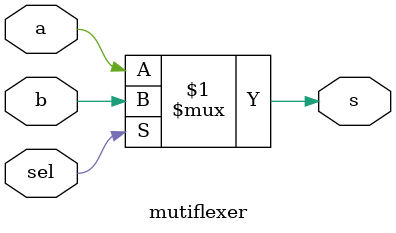
<source format=v>
module top_module (
	input [2:0] SW,      // R
	input [1:0] KEY,     // L and clk
	output [2:0] LEDR);  // Q


    wire d0, d1, d2;
    mutiflexer m0(LEDR[2], SW[0], KEY[1], d0);
    mutiflexer m1(LEDR[0], SW[1], KEY[1], d1);
    mutiflexer m2(LEDR[1] ^ LEDR[2], SW[2], KEY[1], d2);

    d_flip_flop D0(
        .d(d0),
        .clk(KEY[0]),
        .q(LEDR[0])
    );

    d_flip_flop D1(
        .d(d1),
        .clk(KEY[0]),
        .q(LEDR[1])
    );

    d_flip_flop D2(
        .d(d2),
        .clk(KEY[0]),
        .q(LEDR[02])
    );

endmodule


module d_flip_flop(
    input d, clk,
    output reg q
);
    always@(posedge clk)begin
        q <= d;
    end

endmodule

module mutiflexer(
    input a, b, sel,
    output s
);

    assign s = sel ? b : a;

endmodule

</source>
